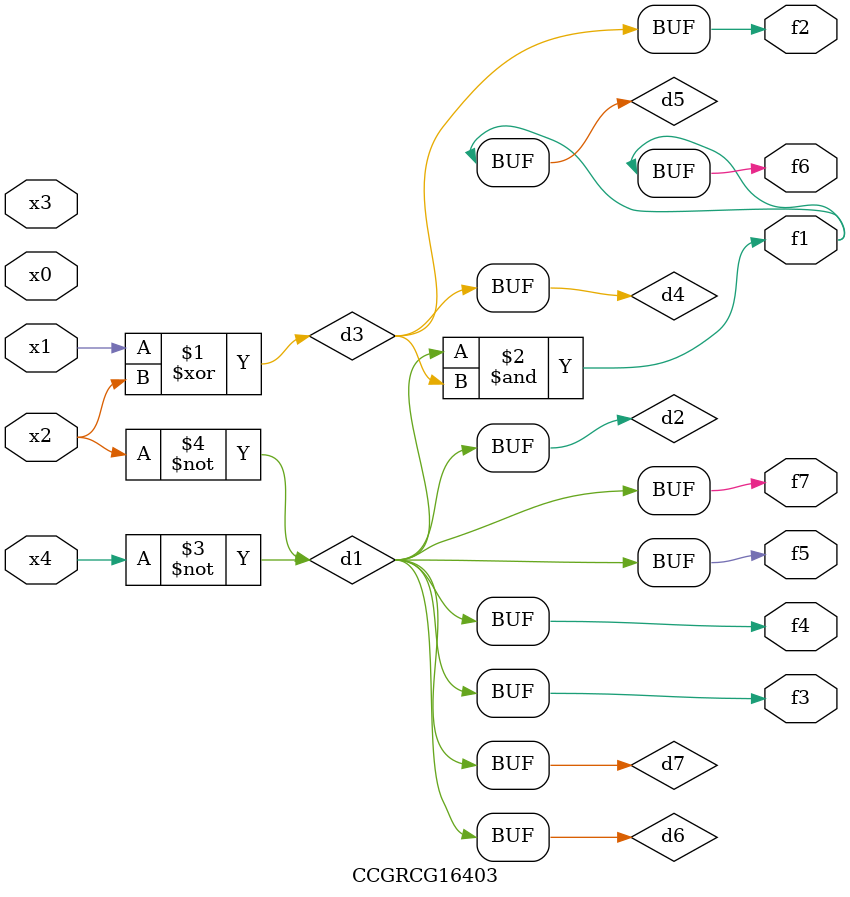
<source format=v>
module CCGRCG16403(
	input x0, x1, x2, x3, x4,
	output f1, f2, f3, f4, f5, f6, f7
);

	wire d1, d2, d3, d4, d5, d6, d7;

	not (d1, x4);
	not (d2, x2);
	xor (d3, x1, x2);
	buf (d4, d3);
	and (d5, d1, d3);
	buf (d6, d1, d2);
	buf (d7, d2);
	assign f1 = d5;
	assign f2 = d4;
	assign f3 = d7;
	assign f4 = d7;
	assign f5 = d7;
	assign f6 = d5;
	assign f7 = d7;
endmodule

</source>
